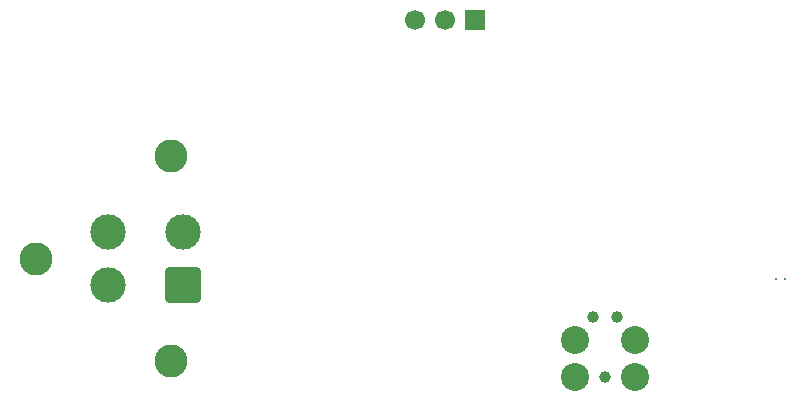
<source format=gbr>
%TF.GenerationSoftware,KiCad,Pcbnew,9.0.1-1.fc42*%
%TF.CreationDate,2025-04-29T06:49:19+02:00*%
%TF.ProjectId,westfly_ahrs_nrf,77657374-666c-4795-9f61-6872735f6e72,0.02*%
%TF.SameCoordinates,Original*%
%TF.FileFunction,Soldermask,Bot*%
%TF.FilePolarity,Negative*%
%FSLAX46Y46*%
G04 Gerber Fmt 4.6, Leading zero omitted, Abs format (unit mm)*
G04 Created by KiCad (PCBNEW 9.0.1-1.fc42) date 2025-04-29 06:49:19*
%MOMM*%
%LPD*%
G01*
G04 APERTURE LIST*
G04 Aperture macros list*
%AMRoundRect*
0 Rectangle with rounded corners*
0 $1 Rounding radius*
0 $2 $3 $4 $5 $6 $7 $8 $9 X,Y pos of 4 corners*
0 Add a 4 corners polygon primitive as box body*
4,1,4,$2,$3,$4,$5,$6,$7,$8,$9,$2,$3,0*
0 Add four circle primitives for the rounded corners*
1,1,$1+$1,$2,$3*
1,1,$1+$1,$4,$5*
1,1,$1+$1,$6,$7*
1,1,$1+$1,$8,$9*
0 Add four rect primitives between the rounded corners*
20,1,$1+$1,$2,$3,$4,$5,0*
20,1,$1+$1,$4,$5,$6,$7,0*
20,1,$1+$1,$6,$7,$8,$9,0*
20,1,$1+$1,$8,$9,$2,$3,0*%
G04 Aperture macros list end*
%ADD10C,0.202000*%
%ADD11C,2.374900*%
%ADD12C,0.990600*%
%ADD13R,1.700000X1.700000*%
%ADD14C,1.700000*%
%ADD15C,2.800000*%
%ADD16RoundRect,0.284091X1.215909X1.215909X-1.215909X1.215909X-1.215909X-1.215909X1.215909X-1.215909X0*%
%ADD17C,3.000000*%
G04 APERTURE END LIST*
D10*
%TO.C,U12*%
X228029400Y-101464400D03*
X228829400Y-101464400D03*
%TD*%
D11*
%TO.C,J4*%
X211023200Y-109829600D03*
D12*
X213563200Y-109829600D03*
D11*
X216103200Y-109829600D03*
X211023200Y-106654600D03*
X216103200Y-106654600D03*
D12*
X212547200Y-104749600D03*
X214579200Y-104749600D03*
%TD*%
D13*
%TO.C,J1*%
X202539600Y-79552800D03*
D14*
X199999600Y-79552800D03*
X197459600Y-79552800D03*
%TD*%
D15*
%TO.C,J3*%
X176790000Y-108440000D03*
X176790000Y-91110000D03*
X165350000Y-99780000D03*
D16*
X177800000Y-102000000D03*
D17*
X177800000Y-97550000D03*
X171450000Y-97550000D03*
X171450000Y-102000000D03*
%TD*%
M02*

</source>
